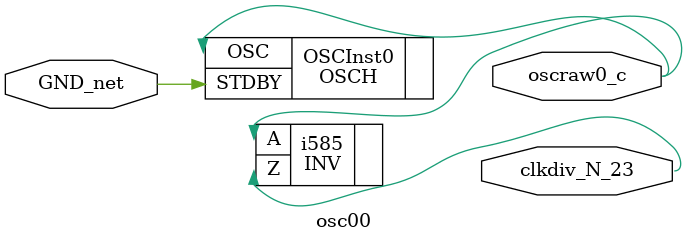
<source format=v>

module topReg0 (indiv0, oscraw0, oscdiv0, clk0, clr0, cd0, ci0, 
            sel0, dato0, Q0);   // c:/users/jcvelmon/desktop/semestre actual/dsd/practica_3/impl1/source/topreg0.vhd(9[8:15])
    input [3:0]indiv0;   // c:/users/jcvelmon/desktop/semestre actual/dsd/practica_3/impl1/source/topreg0.vhd(11[2:8])
    output oscraw0 /* synthesis .original_dir=IN_OUT */ ;   // c:/users/jcvelmon/desktop/semestre actual/dsd/practica_3/impl1/source/topreg0.vhd(12[5:12])
    output oscdiv0 /* synthesis .original_dir=IN_OUT */ ;   // c:/users/jcvelmon/desktop/semestre actual/dsd/practica_3/impl1/source/topreg0.vhd(13[8:15])
    output clk0;   // c:/users/jcvelmon/desktop/semestre actual/dsd/practica_3/impl1/source/topreg0.vhd(14[6:10])
    input clr0;   // c:/users/jcvelmon/desktop/semestre actual/dsd/practica_3/impl1/source/topreg0.vhd(15[3:7])
    input cd0;   // c:/users/jcvelmon/desktop/semestre actual/dsd/practica_3/impl1/source/topreg0.vhd(16[6:9])
    input ci0;   // c:/users/jcvelmon/desktop/semestre actual/dsd/practica_3/impl1/source/topreg0.vhd(17[3:6])
    input [1:0]sel0;   // c:/users/jcvelmon/desktop/semestre actual/dsd/practica_3/impl1/source/topreg0.vhd(18[3:7])
    input [9:0]dato0;   // c:/users/jcvelmon/desktop/semestre actual/dsd/practica_3/impl1/source/topreg0.vhd(19[3:8])
    output [9:0]Q0;   // c:/users/jcvelmon/desktop/semestre actual/dsd/practica_3/impl1/source/topreg0.vhd(20[3:5])
    
    wire oscraw0_c /* synthesis is_clock=1 */ ;   // c:/users/jcvelmon/desktop/semestre actual/dsd/practica_3/impl1/source/topreg0.vhd(12[5:12])
    wire oscdiv0_c /* synthesis is_clock=1, SET_AS_NETWORK=oscdiv0_c */ ;   // c:/users/jcvelmon/desktop/semestre actual/dsd/practica_3/impl1/source/topreg0.vhd(13[8:15])
    
    wire indiv0_c_3, indiv0_c_2, indiv0_c_1, indiv0_c_0, clr0_c, cd0_c, 
        ci0_c, sel0_c_1, sel0_c_0, dato0_c_9, dato0_c_8, dato0_c_7, 
        dato0_c_6, dato0_c_5, dato0_c_4, dato0_c_3, dato0_c_2, dato0_c_1, 
        dato0_c_0, Q0_c_9, Q0_c_8, Q0_c_7, Q0_c_6, Q0_c_5, Q0_c_4, 
        Q0_c_3, Q0_c_2, Q0_c_1, Q0_c_0, VCC_net, GND_net, n413;
    
    VHI i583 (.Z(VCC_net));
    registro0 REG00 (.sel0_c_0(sel0_c_0), .sel0_c_1(sel0_c_1), .dato0_c_9(dato0_c_9), 
            .Q0_c_8(Q0_c_8), .ci0_c(ci0_c), .dato0_c_0(dato0_c_0), .cd0_c(cd0_c), 
            .Q0_c_1(Q0_c_1), .dato0_c_8(dato0_c_8), .Q0_c_7(Q0_c_7), .Q0_c_9(Q0_c_9), 
            .dato0_c_7(dato0_c_7), .Q0_c_6(Q0_c_6), .dato0_c_6(dato0_c_6), 
            .Q0_c_5(Q0_c_5), .dato0_c_5(dato0_c_5), .Q0_c_4(Q0_c_4), .dato0_c_4(dato0_c_4), 
            .oscdiv0_c(oscdiv0_c), .Q0_c_2(Q0_c_2), .Q0_c_3(Q0_c_3), .dato0_c_3(dato0_c_3), 
            .Q0_c_0(Q0_c_0), .dato0_c_2(dato0_c_2), .dato0_c_1(dato0_c_1));   // c:/users/jcvelmon/desktop/semestre actual/dsd/practica_3/impl1/source/topreg0.vhd(30[9:18])
    OB oscdiv0_pad (.I(oscdiv0_c), .O(oscdiv0));   // c:/users/jcvelmon/desktop/semestre actual/dsd/practica_3/impl1/source/topreg0.vhd(13[8:15])
    OB oscraw0_pad (.I(oscraw0_c), .O(oscraw0));   // c:/users/jcvelmon/desktop/semestre actual/dsd/practica_3/impl1/source/topreg0.vhd(12[5:12])
    LUT4 i311_1_lut (.A(clr0_c), .Z(n413)) /* synthesis lut_function=(!(A)) */ ;   // c:/users/jcvelmon/desktop/semestre actual/dsd/practica_3/impl1/source/topreg0.vhd(15[3:7])
    defparam i311_1_lut.init = 16'h5555;
    PUR PUR_INST (.PUR(VCC_net));
    defparam PUR_INST.RST_PULSE = 1;
    VLO i1 (.Z(GND_net));
    TSALL TSALL_INST (.TSALL(GND_net));
    GSR GSR_INST (.GSR(n413));
    topdiv00 OS00 (.oscdiv0_c(oscdiv0_c), .indiv0_c_2(indiv0_c_2), .indiv0_c_0(indiv0_c_0), 
            .GND_net(GND_net), .indiv0_c_3(indiv0_c_3), .indiv0_c_1(indiv0_c_1), 
            .oscraw0_c(oscraw0_c));   // c:/users/jcvelmon/desktop/semestre actual/dsd/practica_3/impl1/source/topreg0.vhd(26[10:18])
    OB clk0_pad (.I(GND_net), .O(clk0));   // c:/users/jcvelmon/desktop/semestre actual/dsd/practica_3/impl1/source/topreg0.vhd(14[6:10])
    OB Q0_pad_9 (.I(Q0_c_9), .O(Q0[9]));   // c:/users/jcvelmon/desktop/semestre actual/dsd/practica_3/impl1/source/topreg0.vhd(20[3:5])
    OB Q0_pad_8 (.I(Q0_c_8), .O(Q0[8]));   // c:/users/jcvelmon/desktop/semestre actual/dsd/practica_3/impl1/source/topreg0.vhd(20[3:5])
    OB Q0_pad_7 (.I(Q0_c_7), .O(Q0[7]));   // c:/users/jcvelmon/desktop/semestre actual/dsd/practica_3/impl1/source/topreg0.vhd(20[3:5])
    OB Q0_pad_6 (.I(Q0_c_6), .O(Q0[6]));   // c:/users/jcvelmon/desktop/semestre actual/dsd/practica_3/impl1/source/topreg0.vhd(20[3:5])
    OB Q0_pad_5 (.I(Q0_c_5), .O(Q0[5]));   // c:/users/jcvelmon/desktop/semestre actual/dsd/practica_3/impl1/source/topreg0.vhd(20[3:5])
    OB Q0_pad_4 (.I(Q0_c_4), .O(Q0[4]));   // c:/users/jcvelmon/desktop/semestre actual/dsd/practica_3/impl1/source/topreg0.vhd(20[3:5])
    OB Q0_pad_3 (.I(Q0_c_3), .O(Q0[3]));   // c:/users/jcvelmon/desktop/semestre actual/dsd/practica_3/impl1/source/topreg0.vhd(20[3:5])
    OB Q0_pad_2 (.I(Q0_c_2), .O(Q0[2]));   // c:/users/jcvelmon/desktop/semestre actual/dsd/practica_3/impl1/source/topreg0.vhd(20[3:5])
    OB Q0_pad_1 (.I(Q0_c_1), .O(Q0[1]));   // c:/users/jcvelmon/desktop/semestre actual/dsd/practica_3/impl1/source/topreg0.vhd(20[3:5])
    OB Q0_pad_0 (.I(Q0_c_0), .O(Q0[0]));   // c:/users/jcvelmon/desktop/semestre actual/dsd/practica_3/impl1/source/topreg0.vhd(20[3:5])
    IB indiv0_pad_3 (.I(indiv0[3]), .O(indiv0_c_3));   // c:/users/jcvelmon/desktop/semestre actual/dsd/practica_3/impl1/source/topreg0.vhd(11[2:8])
    IB indiv0_pad_2 (.I(indiv0[2]), .O(indiv0_c_2));   // c:/users/jcvelmon/desktop/semestre actual/dsd/practica_3/impl1/source/topreg0.vhd(11[2:8])
    IB indiv0_pad_1 (.I(indiv0[1]), .O(indiv0_c_1));   // c:/users/jcvelmon/desktop/semestre actual/dsd/practica_3/impl1/source/topreg0.vhd(11[2:8])
    IB indiv0_pad_0 (.I(indiv0[0]), .O(indiv0_c_0));   // c:/users/jcvelmon/desktop/semestre actual/dsd/practica_3/impl1/source/topreg0.vhd(11[2:8])
    IB clr0_pad (.I(clr0), .O(clr0_c));   // c:/users/jcvelmon/desktop/semestre actual/dsd/practica_3/impl1/source/topreg0.vhd(15[3:7])
    IB cd0_pad (.I(cd0), .O(cd0_c));   // c:/users/jcvelmon/desktop/semestre actual/dsd/practica_3/impl1/source/topreg0.vhd(16[6:9])
    IB ci0_pad (.I(ci0), .O(ci0_c));   // c:/users/jcvelmon/desktop/semestre actual/dsd/practica_3/impl1/source/topreg0.vhd(17[3:6])
    IB sel0_pad_1 (.I(sel0[1]), .O(sel0_c_1));   // c:/users/jcvelmon/desktop/semestre actual/dsd/practica_3/impl1/source/topreg0.vhd(18[3:7])
    IB sel0_pad_0 (.I(sel0[0]), .O(sel0_c_0));   // c:/users/jcvelmon/desktop/semestre actual/dsd/practica_3/impl1/source/topreg0.vhd(18[3:7])
    IB dato0_pad_9 (.I(dato0[9]), .O(dato0_c_9));   // c:/users/jcvelmon/desktop/semestre actual/dsd/practica_3/impl1/source/topreg0.vhd(19[3:8])
    IB dato0_pad_8 (.I(dato0[8]), .O(dato0_c_8));   // c:/users/jcvelmon/desktop/semestre actual/dsd/practica_3/impl1/source/topreg0.vhd(19[3:8])
    IB dato0_pad_7 (.I(dato0[7]), .O(dato0_c_7));   // c:/users/jcvelmon/desktop/semestre actual/dsd/practica_3/impl1/source/topreg0.vhd(19[3:8])
    IB dato0_pad_6 (.I(dato0[6]), .O(dato0_c_6));   // c:/users/jcvelmon/desktop/semestre actual/dsd/practica_3/impl1/source/topreg0.vhd(19[3:8])
    IB dato0_pad_5 (.I(dato0[5]), .O(dato0_c_5));   // c:/users/jcvelmon/desktop/semestre actual/dsd/practica_3/impl1/source/topreg0.vhd(19[3:8])
    IB dato0_pad_4 (.I(dato0[4]), .O(dato0_c_4));   // c:/users/jcvelmon/desktop/semestre actual/dsd/practica_3/impl1/source/topreg0.vhd(19[3:8])
    IB dato0_pad_3 (.I(dato0[3]), .O(dato0_c_3));   // c:/users/jcvelmon/desktop/semestre actual/dsd/practica_3/impl1/source/topreg0.vhd(19[3:8])
    IB dato0_pad_2 (.I(dato0[2]), .O(dato0_c_2));   // c:/users/jcvelmon/desktop/semestre actual/dsd/practica_3/impl1/source/topreg0.vhd(19[3:8])
    IB dato0_pad_1 (.I(dato0[1]), .O(dato0_c_1));   // c:/users/jcvelmon/desktop/semestre actual/dsd/practica_3/impl1/source/topreg0.vhd(19[3:8])
    IB dato0_pad_0 (.I(dato0[0]), .O(dato0_c_0));   // c:/users/jcvelmon/desktop/semestre actual/dsd/practica_3/impl1/source/topreg0.vhd(19[3:8])
    
endmodule
//
// Verilog Description of module registro0
//

module registro0 (sel0_c_0, sel0_c_1, dato0_c_9, Q0_c_8, ci0_c, dato0_c_0, 
            cd0_c, Q0_c_1, dato0_c_8, Q0_c_7, Q0_c_9, dato0_c_7, 
            Q0_c_6, dato0_c_6, Q0_c_5, dato0_c_5, Q0_c_4, dato0_c_4, 
            oscdiv0_c, Q0_c_2, Q0_c_3, dato0_c_3, Q0_c_0, dato0_c_2, 
            dato0_c_1);
    input sel0_c_0;
    input sel0_c_1;
    input dato0_c_9;
    output Q0_c_8;
    input ci0_c;
    input dato0_c_0;
    input cd0_c;
    output Q0_c_1;
    input dato0_c_8;
    output Q0_c_7;
    output Q0_c_9;
    input dato0_c_7;
    output Q0_c_6;
    input dato0_c_6;
    output Q0_c_5;
    input dato0_c_5;
    output Q0_c_4;
    input dato0_c_4;
    input oscdiv0_c;
    output Q0_c_2;
    output Q0_c_3;
    input dato0_c_3;
    output Q0_c_0;
    input dato0_c_2;
    input dato0_c_1;
    
    wire oscdiv0_c /* synthesis is_clock=1, SET_AS_NETWORK=oscdiv0_c */ ;   // c:/users/jcvelmon/desktop/semestre actual/dsd/practica_3/impl1/source/topreg0.vhd(13[8:15])
    
    wire oscdiv0_c_enable_10, n2, Q_9__N_200, n2_adj_211, Q_9__N_209, 
        n2_adj_212, Q_9__N_201, n2_adj_213, Q_9__N_202, n2_adj_214, 
        Q_9__N_203, n2_adj_215, Q_9__N_204, n2_adj_216, Q_9__N_205, 
        n2_adj_217, Q_9__N_206, Q_9__N_207, Q_9__N_208, n2_adj_218, 
        n2_adj_219;
    
    LUT4 i1_2_lut (.A(sel0_c_0), .B(sel0_c_1), .Z(oscdiv0_c_enable_10)) /* synthesis lut_function=(A+(B)) */ ;
    defparam i1_2_lut.init = 16'heeee;
    LUT4 sel_1__I_0_16_i3_3_lut (.A(dato0_c_9), .B(n2), .C(sel0_c_1), 
         .Z(Q_9__N_200)) /* synthesis lut_function=(A (B+!(C))+!A (B (C))) */ ;   // c:/users/jcvelmon/desktop/semestre actual/dsd/practica_3/impl1/source/registro0.vhd(22[4] 35[13])
    defparam sel_1__I_0_16_i3_3_lut.init = 16'hcaca;
    LUT4 sel_1__I_0_16_i2_3_lut (.A(Q0_c_8), .B(ci0_c), .C(sel0_c_0), 
         .Z(n2)) /* synthesis lut_function=(A (B+!(C))+!A (B (C))) */ ;   // c:/users/jcvelmon/desktop/semestre actual/dsd/practica_3/impl1/source/registro0.vhd(22[4] 35[13])
    defparam sel_1__I_0_16_i2_3_lut.init = 16'hcaca;
    LUT4 sel_1__I_0_i3_3_lut (.A(dato0_c_0), .B(n2_adj_211), .C(sel0_c_1), 
         .Z(Q_9__N_209)) /* synthesis lut_function=(A (B+!(C))+!A (B (C))) */ ;   // c:/users/jcvelmon/desktop/semestre actual/dsd/practica_3/impl1/source/registro0.vhd(22[4] 35[13])
    defparam sel_1__I_0_i3_3_lut.init = 16'hcaca;
    LUT4 sel_1__I_0_i2_3_lut (.A(cd0_c), .B(Q0_c_1), .C(sel0_c_0), .Z(n2_adj_211)) /* synthesis lut_function=(A (B+!(C))+!A (B (C))) */ ;   // c:/users/jcvelmon/desktop/semestre actual/dsd/practica_3/impl1/source/registro0.vhd(22[4] 35[13])
    defparam sel_1__I_0_i2_3_lut.init = 16'hcaca;
    LUT4 sel_1__I_0_17_i3_3_lut (.A(dato0_c_8), .B(n2_adj_212), .C(sel0_c_1), 
         .Z(Q_9__N_201)) /* synthesis lut_function=(A (B+!(C))+!A (B (C))) */ ;   // c:/users/jcvelmon/desktop/semestre actual/dsd/practica_3/impl1/source/registro0.vhd(22[4] 35[13])
    defparam sel_1__I_0_17_i3_3_lut.init = 16'hcaca;
    LUT4 sel_1__I_0_17_i2_3_lut (.A(Q0_c_7), .B(Q0_c_9), .C(sel0_c_0), 
         .Z(n2_adj_212)) /* synthesis lut_function=(A (B+!(C))+!A (B (C))) */ ;   // c:/users/jcvelmon/desktop/semestre actual/dsd/practica_3/impl1/source/registro0.vhd(22[4] 35[13])
    defparam sel_1__I_0_17_i2_3_lut.init = 16'hcaca;
    LUT4 sel_1__I_0_18_i3_3_lut (.A(dato0_c_7), .B(n2_adj_213), .C(sel0_c_1), 
         .Z(Q_9__N_202)) /* synthesis lut_function=(A (B+!(C))+!A (B (C))) */ ;   // c:/users/jcvelmon/desktop/semestre actual/dsd/practica_3/impl1/source/registro0.vhd(22[4] 35[13])
    defparam sel_1__I_0_18_i3_3_lut.init = 16'hcaca;
    LUT4 sel_1__I_0_18_i2_3_lut (.A(Q0_c_6), .B(Q0_c_8), .C(sel0_c_0), 
         .Z(n2_adj_213)) /* synthesis lut_function=(A (B+!(C))+!A (B (C))) */ ;   // c:/users/jcvelmon/desktop/semestre actual/dsd/practica_3/impl1/source/registro0.vhd(22[4] 35[13])
    defparam sel_1__I_0_18_i2_3_lut.init = 16'hcaca;
    LUT4 sel_1__I_0_19_i3_3_lut (.A(dato0_c_6), .B(n2_adj_214), .C(sel0_c_1), 
         .Z(Q_9__N_203)) /* synthesis lut_function=(A (B+!(C))+!A (B (C))) */ ;   // c:/users/jcvelmon/desktop/semestre actual/dsd/practica_3/impl1/source/registro0.vhd(22[4] 35[13])
    defparam sel_1__I_0_19_i3_3_lut.init = 16'hcaca;
    LUT4 sel_1__I_0_19_i2_3_lut (.A(Q0_c_5), .B(Q0_c_7), .C(sel0_c_0), 
         .Z(n2_adj_214)) /* synthesis lut_function=(A (B+!(C))+!A (B (C))) */ ;   // c:/users/jcvelmon/desktop/semestre actual/dsd/practica_3/impl1/source/registro0.vhd(22[4] 35[13])
    defparam sel_1__I_0_19_i2_3_lut.init = 16'hcaca;
    LUT4 sel_1__I_0_20_i3_3_lut (.A(dato0_c_5), .B(n2_adj_215), .C(sel0_c_1), 
         .Z(Q_9__N_204)) /* synthesis lut_function=(A (B+!(C))+!A (B (C))) */ ;   // c:/users/jcvelmon/desktop/semestre actual/dsd/practica_3/impl1/source/registro0.vhd(22[4] 35[13])
    defparam sel_1__I_0_20_i3_3_lut.init = 16'hcaca;
    LUT4 sel_1__I_0_20_i2_3_lut (.A(Q0_c_4), .B(Q0_c_6), .C(sel0_c_0), 
         .Z(n2_adj_215)) /* synthesis lut_function=(A (B+!(C))+!A (B (C))) */ ;   // c:/users/jcvelmon/desktop/semestre actual/dsd/practica_3/impl1/source/registro0.vhd(22[4] 35[13])
    defparam sel_1__I_0_20_i2_3_lut.init = 16'hcaca;
    LUT4 sel_1__I_0_21_i3_3_lut (.A(dato0_c_4), .B(n2_adj_216), .C(sel0_c_1), 
         .Z(Q_9__N_205)) /* synthesis lut_function=(A (B+!(C))+!A (B (C))) */ ;   // c:/users/jcvelmon/desktop/semestre actual/dsd/practica_3/impl1/source/registro0.vhd(22[4] 35[13])
    defparam sel_1__I_0_21_i3_3_lut.init = 16'hcaca;
    FD1P3AX Q_i10 (.D(Q_9__N_200), .SP(oscdiv0_c_enable_10), .CK(oscdiv0_c), 
            .Q(Q0_c_9)) /* synthesis LSE_LINE_FILE_ID=25, LSE_LCOL=9, LSE_RCOL=18, LSE_LLINE=30, LSE_RLINE=30 */ ;   // c:/users/jcvelmon/desktop/semestre actual/dsd/practica_3/impl1/source/registro0.vhd(18[2] 37[9])
    defparam Q_i10.GSR = "ENABLED";
    LUT4 sel_1__I_0_22_i2_3_lut (.A(Q0_c_2), .B(Q0_c_4), .C(sel0_c_0), 
         .Z(n2_adj_217)) /* synthesis lut_function=(A (B+!(C))+!A (B (C))) */ ;   // c:/users/jcvelmon/desktop/semestre actual/dsd/practica_3/impl1/source/registro0.vhd(22[4] 35[13])
    defparam sel_1__I_0_22_i2_3_lut.init = 16'hcaca;
    LUT4 sel_1__I_0_21_i2_3_lut (.A(Q0_c_3), .B(Q0_c_5), .C(sel0_c_0), 
         .Z(n2_adj_216)) /* synthesis lut_function=(A (B+!(C))+!A (B (C))) */ ;   // c:/users/jcvelmon/desktop/semestre actual/dsd/practica_3/impl1/source/registro0.vhd(22[4] 35[13])
    defparam sel_1__I_0_21_i2_3_lut.init = 16'hcaca;
    LUT4 sel_1__I_0_22_i3_3_lut (.A(dato0_c_3), .B(n2_adj_217), .C(sel0_c_1), 
         .Z(Q_9__N_206)) /* synthesis lut_function=(A (B+!(C))+!A (B (C))) */ ;   // c:/users/jcvelmon/desktop/semestre actual/dsd/practica_3/impl1/source/registro0.vhd(22[4] 35[13])
    defparam sel_1__I_0_22_i3_3_lut.init = 16'hcaca;
    FD1P3AX Q_i1 (.D(Q_9__N_209), .SP(oscdiv0_c_enable_10), .CK(oscdiv0_c), 
            .Q(Q0_c_0)) /* synthesis LSE_LINE_FILE_ID=25, LSE_LCOL=9, LSE_RCOL=18, LSE_LLINE=30, LSE_RLINE=30 */ ;   // c:/users/jcvelmon/desktop/semestre actual/dsd/practica_3/impl1/source/registro0.vhd(18[2] 37[9])
    defparam Q_i1.GSR = "ENABLED";
    FD1P3AX Q_i9 (.D(Q_9__N_201), .SP(oscdiv0_c_enable_10), .CK(oscdiv0_c), 
            .Q(Q0_c_8)) /* synthesis LSE_LINE_FILE_ID=25, LSE_LCOL=9, LSE_RCOL=18, LSE_LLINE=30, LSE_RLINE=30 */ ;   // c:/users/jcvelmon/desktop/semestre actual/dsd/practica_3/impl1/source/registro0.vhd(18[2] 37[9])
    defparam Q_i9.GSR = "ENABLED";
    FD1P3AX Q_i8 (.D(Q_9__N_202), .SP(oscdiv0_c_enable_10), .CK(oscdiv0_c), 
            .Q(Q0_c_7)) /* synthesis LSE_LINE_FILE_ID=25, LSE_LCOL=9, LSE_RCOL=18, LSE_LLINE=30, LSE_RLINE=30 */ ;   // c:/users/jcvelmon/desktop/semestre actual/dsd/practica_3/impl1/source/registro0.vhd(18[2] 37[9])
    defparam Q_i8.GSR = "ENABLED";
    FD1P3AX Q_i7 (.D(Q_9__N_203), .SP(oscdiv0_c_enable_10), .CK(oscdiv0_c), 
            .Q(Q0_c_6)) /* synthesis LSE_LINE_FILE_ID=25, LSE_LCOL=9, LSE_RCOL=18, LSE_LLINE=30, LSE_RLINE=30 */ ;   // c:/users/jcvelmon/desktop/semestre actual/dsd/practica_3/impl1/source/registro0.vhd(18[2] 37[9])
    defparam Q_i7.GSR = "ENABLED";
    FD1P3AX Q_i6 (.D(Q_9__N_204), .SP(oscdiv0_c_enable_10), .CK(oscdiv0_c), 
            .Q(Q0_c_5)) /* synthesis LSE_LINE_FILE_ID=25, LSE_LCOL=9, LSE_RCOL=18, LSE_LLINE=30, LSE_RLINE=30 */ ;   // c:/users/jcvelmon/desktop/semestre actual/dsd/practica_3/impl1/source/registro0.vhd(18[2] 37[9])
    defparam Q_i6.GSR = "ENABLED";
    FD1P3AX Q_i5 (.D(Q_9__N_205), .SP(oscdiv0_c_enable_10), .CK(oscdiv0_c), 
            .Q(Q0_c_4)) /* synthesis LSE_LINE_FILE_ID=25, LSE_LCOL=9, LSE_RCOL=18, LSE_LLINE=30, LSE_RLINE=30 */ ;   // c:/users/jcvelmon/desktop/semestre actual/dsd/practica_3/impl1/source/registro0.vhd(18[2] 37[9])
    defparam Q_i5.GSR = "ENABLED";
    FD1P3AX Q_i4 (.D(Q_9__N_206), .SP(oscdiv0_c_enable_10), .CK(oscdiv0_c), 
            .Q(Q0_c_3)) /* synthesis LSE_LINE_FILE_ID=25, LSE_LCOL=9, LSE_RCOL=18, LSE_LLINE=30, LSE_RLINE=30 */ ;   // c:/users/jcvelmon/desktop/semestre actual/dsd/practica_3/impl1/source/registro0.vhd(18[2] 37[9])
    defparam Q_i4.GSR = "ENABLED";
    FD1P3AX Q_i3 (.D(Q_9__N_207), .SP(oscdiv0_c_enable_10), .CK(oscdiv0_c), 
            .Q(Q0_c_2)) /* synthesis LSE_LINE_FILE_ID=25, LSE_LCOL=9, LSE_RCOL=18, LSE_LLINE=30, LSE_RLINE=30 */ ;   // c:/users/jcvelmon/desktop/semestre actual/dsd/practica_3/impl1/source/registro0.vhd(18[2] 37[9])
    defparam Q_i3.GSR = "ENABLED";
    FD1P3AX Q_i2 (.D(Q_9__N_208), .SP(oscdiv0_c_enable_10), .CK(oscdiv0_c), 
            .Q(Q0_c_1)) /* synthesis LSE_LINE_FILE_ID=25, LSE_LCOL=9, LSE_RCOL=18, LSE_LLINE=30, LSE_RLINE=30 */ ;   // c:/users/jcvelmon/desktop/semestre actual/dsd/practica_3/impl1/source/registro0.vhd(18[2] 37[9])
    defparam Q_i2.GSR = "ENABLED";
    LUT4 sel_1__I_0_23_i3_3_lut (.A(dato0_c_2), .B(n2_adj_218), .C(sel0_c_1), 
         .Z(Q_9__N_207)) /* synthesis lut_function=(A (B+!(C))+!A (B (C))) */ ;   // c:/users/jcvelmon/desktop/semestre actual/dsd/practica_3/impl1/source/registro0.vhd(22[4] 35[13])
    defparam sel_1__I_0_23_i3_3_lut.init = 16'hcaca;
    LUT4 sel_1__I_0_23_i2_3_lut (.A(Q0_c_1), .B(Q0_c_3), .C(sel0_c_0), 
         .Z(n2_adj_218)) /* synthesis lut_function=(A (B+!(C))+!A (B (C))) */ ;   // c:/users/jcvelmon/desktop/semestre actual/dsd/practica_3/impl1/source/registro0.vhd(22[4] 35[13])
    defparam sel_1__I_0_23_i2_3_lut.init = 16'hcaca;
    LUT4 sel_1__I_0_24_i3_3_lut (.A(dato0_c_1), .B(n2_adj_219), .C(sel0_c_1), 
         .Z(Q_9__N_208)) /* synthesis lut_function=(A (B+!(C))+!A (B (C))) */ ;   // c:/users/jcvelmon/desktop/semestre actual/dsd/practica_3/impl1/source/registro0.vhd(22[4] 35[13])
    defparam sel_1__I_0_24_i3_3_lut.init = 16'hcaca;
    LUT4 sel_1__I_0_24_i2_3_lut (.A(Q0_c_0), .B(Q0_c_2), .C(sel0_c_0), 
         .Z(n2_adj_219)) /* synthesis lut_function=(A (B+!(C))+!A (B (C))) */ ;   // c:/users/jcvelmon/desktop/semestre actual/dsd/practica_3/impl1/source/registro0.vhd(22[4] 35[13])
    defparam sel_1__I_0_24_i2_3_lut.init = 16'hcaca;
    
endmodule
//
// Verilog Description of module PUR
// module not written out since it is a black-box. 
//

//
// Verilog Description of module TSALL
// module not written out since it is a black-box. 
//

//
// Verilog Description of module topdiv00
//

module topdiv00 (oscdiv0_c, indiv0_c_2, indiv0_c_0, GND_net, indiv0_c_3, 
            indiv0_c_1, oscraw0_c);
    output oscdiv0_c;
    input indiv0_c_2;
    input indiv0_c_0;
    input GND_net;
    input indiv0_c_3;
    input indiv0_c_1;
    output oscraw0_c;
    
    wire oscdiv0_c /* synthesis is_clock=1, SET_AS_NETWORK=oscdiv0_c */ ;   // c:/users/jcvelmon/desktop/semestre actual/dsd/practica_3/impl1/source/topreg0.vhd(13[8:15])
    wire clkdiv_N_23 /* synthesis is_inv_clock=1 */ ;   // c:/users/jcvelmon/desktop/semestre actual/dsd/practica_3/impl1/source/div00.vhd(18[8:12])
    wire oscraw0_c /* synthesis is_clock=1 */ ;   // c:/users/jcvelmon/desktop/semestre actual/dsd/practica_3/impl1/source/topreg0.vhd(12[5:12])
    
    div00 OS01 (.oscdiv0_c(oscdiv0_c), .indiv0_c_2(indiv0_c_2), .indiv0_c_0(indiv0_c_0), 
          .clkdiv_N_23(clkdiv_N_23), .GND_net(GND_net), .indiv0_c_3(indiv0_c_3), 
          .indiv0_c_1(indiv0_c_1));   // c:/users/jcvelmon/desktop/semestre actual/dsd/practica_3/impl1/source/topdiv00.vhd(23[9:14])
    osc00 OS00 (.clkdiv_N_23(clkdiv_N_23), .oscraw0_c(oscraw0_c), .GND_net(GND_net));   // c:/users/jcvelmon/desktop/semestre actual/dsd/practica_3/impl1/source/topdiv00.vhd(21[9:14])
    
endmodule
//
// Verilog Description of module div00
//

module div00 (oscdiv0_c, indiv0_c_2, indiv0_c_0, clkdiv_N_23, GND_net, 
            indiv0_c_3, indiv0_c_1);
    output oscdiv0_c;
    input indiv0_c_2;
    input indiv0_c_0;
    input clkdiv_N_23;
    input GND_net;
    input indiv0_c_3;
    input indiv0_c_1;
    
    wire oscdiv0_c /* synthesis is_clock=1, SET_AS_NETWORK=oscdiv0_c */ ;   // c:/users/jcvelmon/desktop/semestre actual/dsd/practica_3/impl1/source/topreg0.vhd(13[8:15])
    wire clkdiv_N_23 /* synthesis is_inv_clock=1 */ ;   // c:/users/jcvelmon/desktop/semestre actual/dsd/practica_3/impl1/source/div00.vhd(18[8:12])
    wire [20:0]sdiv;   // c:/users/jcvelmon/desktop/semestre actual/dsd/practica_3/impl1/source/div00.vhd(18[8:12])
    
    wire n664, n290, n595, n466, n12, clkdiv_N_23_enable_22, n416;
    wire [20:0]n89;
    
    wire clkdiv_N_23_enable_10, outdiv_N_171, n288, n492, n491, n490, 
        n660, n675, n596, n646, n4, outdiv_N_189, n662, n674, 
        n677, n4_adj_210, n666, n661, n667, n658, n586, n520, 
        n489, n488, n487, n486, n485, n663, n665, n676, n484, 
        n483;
    
    LUT4 oscdiv0_c_bdd_3_lut_537 (.A(oscdiv0_c), .B(sdiv[17]), .C(indiv0_c_2), 
         .Z(n664)) /* synthesis lut_function=(!(A (B (C))+!A !(B (C)))) */ ;
    defparam oscdiv0_c_bdd_3_lut_537.init = 16'h6a6a;
    LUT4 i1_4_lut (.A(indiv0_c_0), .B(n290), .C(n595), .D(n466), .Z(n12)) /* synthesis lut_function=(A (B (C)+!B (C+(D)))+!A !(B+!(D))) */ ;   // C:/lscc/diamond/3.9/ispfpga/vhdl_packages/syn_arit.vhd(928[41:65])
    defparam i1_4_lut.init = 16'hb3a0;
    FD1P3IX sdiv_59__i6 (.D(n89[6]), .SP(clkdiv_N_23_enable_22), .CD(n416), 
            .CK(clkdiv_N_23), .Q(sdiv[6])) /* synthesis syn_use_carry_chain=1 */ ;   // C:/lscc/diamond/3.9/ispfpga/vhdl_packages/syn_arit.vhd(928[41:65])
    defparam sdiv_59__i6.GSR = "DISABLED";
    FD1P3IX sdiv_59__i7 (.D(n89[7]), .SP(clkdiv_N_23_enable_22), .CD(n416), 
            .CK(clkdiv_N_23), .Q(sdiv[7])) /* synthesis syn_use_carry_chain=1 */ ;   // C:/lscc/diamond/3.9/ispfpga/vhdl_packages/syn_arit.vhd(928[41:65])
    defparam sdiv_59__i7.GSR = "DISABLED";
    FD1P3IX sdiv_59__i8 (.D(n89[8]), .SP(clkdiv_N_23_enable_22), .CD(n416), 
            .CK(clkdiv_N_23), .Q(sdiv[8])) /* synthesis syn_use_carry_chain=1 */ ;   // C:/lscc/diamond/3.9/ispfpga/vhdl_packages/syn_arit.vhd(928[41:65])
    defparam sdiv_59__i8.GSR = "DISABLED";
    FD1P3IX sdiv_59__i9 (.D(n89[9]), .SP(clkdiv_N_23_enable_22), .CD(n416), 
            .CK(clkdiv_N_23), .Q(sdiv[9])) /* synthesis syn_use_carry_chain=1 */ ;   // C:/lscc/diamond/3.9/ispfpga/vhdl_packages/syn_arit.vhd(928[41:65])
    defparam sdiv_59__i9.GSR = "DISABLED";
    FD1P3IX sdiv_59__i10 (.D(n89[10]), .SP(clkdiv_N_23_enable_22), .CD(n416), 
            .CK(clkdiv_N_23), .Q(sdiv[10])) /* synthesis syn_use_carry_chain=1 */ ;   // C:/lscc/diamond/3.9/ispfpga/vhdl_packages/syn_arit.vhd(928[41:65])
    defparam sdiv_59__i10.GSR = "DISABLED";
    FD1P3IX sdiv_59__i11 (.D(n89[11]), .SP(clkdiv_N_23_enable_22), .CD(n416), 
            .CK(clkdiv_N_23), .Q(sdiv[11])) /* synthesis syn_use_carry_chain=1 */ ;   // C:/lscc/diamond/3.9/ispfpga/vhdl_packages/syn_arit.vhd(928[41:65])
    defparam sdiv_59__i11.GSR = "DISABLED";
    FD1P3IX sdiv_59__i12 (.D(n89[12]), .SP(clkdiv_N_23_enable_22), .CD(n416), 
            .CK(clkdiv_N_23), .Q(sdiv[12])) /* synthesis syn_use_carry_chain=1 */ ;   // C:/lscc/diamond/3.9/ispfpga/vhdl_packages/syn_arit.vhd(928[41:65])
    defparam sdiv_59__i12.GSR = "DISABLED";
    FD1P3IX sdiv_59__i13 (.D(n89[13]), .SP(clkdiv_N_23_enable_22), .CD(n416), 
            .CK(clkdiv_N_23), .Q(sdiv[13])) /* synthesis syn_use_carry_chain=1 */ ;   // C:/lscc/diamond/3.9/ispfpga/vhdl_packages/syn_arit.vhd(928[41:65])
    defparam sdiv_59__i13.GSR = "DISABLED";
    FD1P3IX sdiv_59__i14 (.D(n89[14]), .SP(clkdiv_N_23_enable_22), .CD(n416), 
            .CK(clkdiv_N_23), .Q(sdiv[14])) /* synthesis syn_use_carry_chain=1 */ ;   // C:/lscc/diamond/3.9/ispfpga/vhdl_packages/syn_arit.vhd(928[41:65])
    defparam sdiv_59__i14.GSR = "DISABLED";
    FD1P3AX outdiv_58 (.D(outdiv_N_171), .SP(clkdiv_N_23_enable_10), .CK(clkdiv_N_23), 
            .Q(oscdiv0_c)) /* synthesis LSE_LINE_FILE_ID=22, LSE_LCOL=9, LSE_RCOL=14, LSE_LLINE=23, LSE_RLINE=23 */ ;   // c:/users/jcvelmon/desktop/semestre actual/dsd/practica_3/impl1/source/div00.vhd(22[3] 75[11])
    defparam outdiv_58.GSR = "DISABLED";
    FD1P3IX sdiv_59__i16 (.D(n89[16]), .SP(clkdiv_N_23_enable_22), .CD(n416), 
            .CK(clkdiv_N_23), .Q(sdiv[16])) /* synthesis syn_use_carry_chain=1 */ ;   // C:/lscc/diamond/3.9/ispfpga/vhdl_packages/syn_arit.vhd(928[41:65])
    defparam sdiv_59__i16.GSR = "DISABLED";
    FD1P3IX sdiv_59__i17 (.D(n89[17]), .SP(clkdiv_N_23_enable_22), .CD(n416), 
            .CK(clkdiv_N_23), .Q(sdiv[17])) /* synthesis syn_use_carry_chain=1 */ ;   // C:/lscc/diamond/3.9/ispfpga/vhdl_packages/syn_arit.vhd(928[41:65])
    defparam sdiv_59__i17.GSR = "DISABLED";
    LUT4 i196_3_lut_4_lut (.A(sdiv[15]), .B(sdiv[16]), .C(sdiv[14]), .D(indiv0_c_0), 
         .Z(n288)) /* synthesis lut_function=(A (B+!(D))+!A (B+!((D)+!C))) */ ;
    defparam i196_3_lut_4_lut.init = 16'hccfe;
    FD1P3IX sdiv_59__i18 (.D(n89[18]), .SP(clkdiv_N_23_enable_22), .CD(n416), 
            .CK(clkdiv_N_23), .Q(sdiv[18])) /* synthesis syn_use_carry_chain=1 */ ;   // C:/lscc/diamond/3.9/ispfpga/vhdl_packages/syn_arit.vhd(928[41:65])
    defparam sdiv_59__i18.GSR = "DISABLED";
    CCU2D sdiv_59_add_4_21 (.A0(sdiv[19]), .B0(GND_net), .C0(GND_net), 
          .D0(GND_net), .A1(sdiv[20]), .B1(GND_net), .C1(GND_net), .D1(GND_net), 
          .CIN(n492), .S0(n89[19]), .S1(n89[20]));   // C:/lscc/diamond/3.9/ispfpga/vhdl_packages/syn_arit.vhd(928[41:65])
    defparam sdiv_59_add_4_21.INIT0 = 16'hfaaa;
    defparam sdiv_59_add_4_21.INIT1 = 16'hfaaa;
    defparam sdiv_59_add_4_21.INJECT1_0 = "NO";
    defparam sdiv_59_add_4_21.INJECT1_1 = "NO";
    CCU2D sdiv_59_add_4_19 (.A0(sdiv[17]), .B0(GND_net), .C0(GND_net), 
          .D0(GND_net), .A1(sdiv[18]), .B1(GND_net), .C1(GND_net), .D1(GND_net), 
          .CIN(n491), .COUT(n492), .S0(n89[17]), .S1(n89[18]));   // C:/lscc/diamond/3.9/ispfpga/vhdl_packages/syn_arit.vhd(928[41:65])
    defparam sdiv_59_add_4_19.INIT0 = 16'hfaaa;
    defparam sdiv_59_add_4_19.INIT1 = 16'hfaaa;
    defparam sdiv_59_add_4_19.INJECT1_0 = "NO";
    defparam sdiv_59_add_4_19.INJECT1_1 = "NO";
    CCU2D sdiv_59_add_4_17 (.A0(sdiv[15]), .B0(GND_net), .C0(GND_net), 
          .D0(GND_net), .A1(sdiv[16]), .B1(GND_net), .C1(GND_net), .D1(GND_net), 
          .CIN(n490), .COUT(n491), .S0(n89[15]), .S1(n89[16]));   // C:/lscc/diamond/3.9/ispfpga/vhdl_packages/syn_arit.vhd(928[41:65])
    defparam sdiv_59_add_4_17.INIT0 = 16'hfaaa;
    defparam sdiv_59_add_4_17.INIT1 = 16'hfaaa;
    defparam sdiv_59_add_4_17.INJECT1_0 = "NO";
    defparam sdiv_59_add_4_17.INJECT1_1 = "NO";
    FD1P3IX sdiv_59__i15 (.D(n89[15]), .SP(clkdiv_N_23_enable_22), .CD(n416), 
            .CK(clkdiv_N_23), .Q(sdiv[15])) /* synthesis syn_use_carry_chain=1 */ ;   // C:/lscc/diamond/3.9/ispfpga/vhdl_packages/syn_arit.vhd(928[41:65])
    defparam sdiv_59__i15.GSR = "DISABLED";
    LUT4 oscdiv0_c_bdd_4_lut_531 (.A(oscdiv0_c), .B(sdiv[18]), .C(sdiv[17]), 
         .D(sdiv[19]), .Z(n660)) /* synthesis lut_function=(!(A (B+(C+(D)))+!A !(B+(C+(D))))) */ ;
    defparam oscdiv0_c_bdd_4_lut_531.init = 16'h5556;
    LUT4 i1_2_lut_rep_9 (.A(sdiv[12]), .B(sdiv[13]), .Z(n675)) /* synthesis lut_function=(A+(B)) */ ;
    defparam i1_2_lut_rep_9.init = 16'heeee;
    LUT4 i1_4_lut_adj_8 (.A(n596), .B(indiv0_c_3), .C(n646), .D(indiv0_c_2), 
         .Z(n4)) /* synthesis lut_function=(A+!(B+((D)+!C))) */ ;   // C:/lscc/diamond/3.9/ispfpga/vhdl_packages/syn_arit.vhd(928[41:65])
    defparam i1_4_lut_adj_8.init = 16'haaba;
    LUT4 i1_2_lut_3_lut (.A(sdiv[20]), .B(sdiv[19]), .C(sdiv[18]), .Z(outdiv_N_189)) /* synthesis lut_function=(A+(B+(C))) */ ;
    defparam i1_2_lut_3_lut.init = 16'hfefe;
    LUT4 oscdiv0_c_bdd_4_lut_573 (.A(oscdiv0_c), .B(indiv0_c_0), .C(indiv0_c_1), 
         .D(indiv0_c_2), .Z(n662)) /* synthesis lut_function=(!(A (B+(C+(D)))+!A !(B+(C+(D))))) */ ;
    defparam oscdiv0_c_bdd_4_lut_573.init = 16'h5556;
    LUT4 i499_3_lut_4_lut (.A(n674), .B(n677), .C(indiv0_c_3), .D(sdiv[16]), 
         .Z(n4_adj_210)) /* synthesis lut_function=(A+(B+(C (D)))) */ ;
    defparam i499_3_lut_4_lut.init = 16'hfeee;
    LUT4 n666_bdd_3_lut (.A(n666), .B(n661), .C(indiv0_c_3), .Z(n667)) /* synthesis lut_function=(A (B+!(C))+!A (B (C))) */ ;
    defparam n666_bdd_3_lut.init = 16'hcaca;
    LUT4 i1_2_lut_rep_11 (.A(sdiv[17]), .B(sdiv[18]), .Z(n677)) /* synthesis lut_function=(A+(B)) */ ;
    defparam i1_2_lut_rep_11.init = 16'heeee;
    PFUMX i535 (.BLUT(n667), .ALUT(n658), .C0(sdiv[20]), .Z(outdiv_N_171));
    PFUMX i408 (.BLUT(n586), .ALUT(n288), .C0(indiv0_c_1), .Z(n520));
    FD1P3IX sdiv_59__i0 (.D(n89[0]), .SP(clkdiv_N_23_enable_22), .CD(n416), 
            .CK(clkdiv_N_23), .Q(sdiv[0])) /* synthesis syn_use_carry_chain=1 */ ;   // C:/lscc/diamond/3.9/ispfpga/vhdl_packages/syn_arit.vhd(928[41:65])
    defparam sdiv_59__i0.GSR = "DISABLED";
    CCU2D sdiv_59_add_4_15 (.A0(sdiv[13]), .B0(GND_net), .C0(GND_net), 
          .D0(GND_net), .A1(sdiv[14]), .B1(GND_net), .C1(GND_net), .D1(GND_net), 
          .CIN(n489), .COUT(n490), .S0(n89[13]), .S1(n89[14]));   // C:/lscc/diamond/3.9/ispfpga/vhdl_packages/syn_arit.vhd(928[41:65])
    defparam sdiv_59_add_4_15.INIT0 = 16'hfaaa;
    defparam sdiv_59_add_4_15.INIT1 = 16'hfaaa;
    defparam sdiv_59_add_4_15.INJECT1_0 = "NO";
    defparam sdiv_59_add_4_15.INJECT1_1 = "NO";
    CCU2D sdiv_59_add_4_13 (.A0(sdiv[11]), .B0(GND_net), .C0(GND_net), 
          .D0(GND_net), .A1(sdiv[12]), .B1(GND_net), .C1(GND_net), .D1(GND_net), 
          .CIN(n488), .COUT(n489), .S0(n89[11]), .S1(n89[12]));   // C:/lscc/diamond/3.9/ispfpga/vhdl_packages/syn_arit.vhd(928[41:65])
    defparam sdiv_59_add_4_13.INIT0 = 16'hfaaa;
    defparam sdiv_59_add_4_13.INIT1 = 16'hfaaa;
    defparam sdiv_59_add_4_13.INJECT1_0 = "NO";
    defparam sdiv_59_add_4_13.INJECT1_1 = "NO";
    CCU2D sdiv_59_add_4_11 (.A0(sdiv[9]), .B0(GND_net), .C0(GND_net), 
          .D0(GND_net), .A1(sdiv[10]), .B1(GND_net), .C1(GND_net), .D1(GND_net), 
          .CIN(n487), .COUT(n488), .S0(n89[9]), .S1(n89[10]));   // C:/lscc/diamond/3.9/ispfpga/vhdl_packages/syn_arit.vhd(928[41:65])
    defparam sdiv_59_add_4_11.INIT0 = 16'hfaaa;
    defparam sdiv_59_add_4_11.INIT1 = 16'hfaaa;
    defparam sdiv_59_add_4_11.INJECT1_0 = "NO";
    defparam sdiv_59_add_4_11.INJECT1_1 = "NO";
    CCU2D sdiv_59_add_4_9 (.A0(sdiv[7]), .B0(GND_net), .C0(GND_net), .D0(GND_net), 
          .A1(sdiv[8]), .B1(GND_net), .C1(GND_net), .D1(GND_net), .CIN(n486), 
          .COUT(n487), .S0(n89[7]), .S1(n89[8]));   // C:/lscc/diamond/3.9/ispfpga/vhdl_packages/syn_arit.vhd(928[41:65])
    defparam sdiv_59_add_4_9.INIT0 = 16'hfaaa;
    defparam sdiv_59_add_4_9.INIT1 = 16'hfaaa;
    defparam sdiv_59_add_4_9.INJECT1_0 = "NO";
    defparam sdiv_59_add_4_9.INJECT1_1 = "NO";
    CCU2D sdiv_59_add_4_7 (.A0(sdiv[5]), .B0(GND_net), .C0(GND_net), .D0(GND_net), 
          .A1(sdiv[6]), .B1(GND_net), .C1(GND_net), .D1(GND_net), .CIN(n485), 
          .COUT(n486), .S0(n89[5]), .S1(n89[6]));   // C:/lscc/diamond/3.9/ispfpga/vhdl_packages/syn_arit.vhd(928[41:65])
    defparam sdiv_59_add_4_7.INIT0 = 16'hfaaa;
    defparam sdiv_59_add_4_7.INIT1 = 16'hfaaa;
    defparam sdiv_59_add_4_7.INJECT1_0 = "NO";
    defparam sdiv_59_add_4_7.INJECT1_1 = "NO";
    PFUMX i529 (.BLUT(n660), .ALUT(n658), .C0(n520), .Z(n661));
    PFUMX i533 (.BLUT(n664), .ALUT(n663), .C0(sdiv[18]), .Z(n665));
    FD1P3IX sdiv_59__i4 (.D(n89[4]), .SP(clkdiv_N_23_enable_22), .CD(n416), 
            .CK(clkdiv_N_23), .Q(sdiv[4])) /* synthesis syn_use_carry_chain=1 */ ;   // C:/lscc/diamond/3.9/ispfpga/vhdl_packages/syn_arit.vhd(928[41:65])
    defparam sdiv_59__i4.GSR = "DISABLED";
    LUT4 i1_2_lut_rep_8 (.A(sdiv[20]), .B(sdiv[19]), .Z(n674)) /* synthesis lut_function=(A+(B)) */ ;
    defparam i1_2_lut_rep_8.init = 16'heeee;
    LUT4 i2_3_lut_4_lut (.A(sdiv[20]), .B(sdiv[19]), .C(n677), .D(n676), 
         .Z(n466)) /* synthesis lut_function=(A+(B+(C+(D)))) */ ;
    defparam i2_3_lut_4_lut.init = 16'hfffe;
    FD1P3IX sdiv_59__i1 (.D(n89[1]), .SP(clkdiv_N_23_enable_22), .CD(n416), 
            .CK(clkdiv_N_23), .Q(sdiv[1])) /* synthesis syn_use_carry_chain=1 */ ;   // C:/lscc/diamond/3.9/ispfpga/vhdl_packages/syn_arit.vhd(928[41:65])
    defparam sdiv_59__i1.GSR = "DISABLED";
    CCU2D sdiv_59_add_4_5 (.A0(sdiv[3]), .B0(GND_net), .C0(GND_net), .D0(GND_net), 
          .A1(sdiv[4]), .B1(GND_net), .C1(GND_net), .D1(GND_net), .CIN(n484), 
          .COUT(n485), .S0(n89[3]), .S1(n89[4]));   // C:/lscc/diamond/3.9/ispfpga/vhdl_packages/syn_arit.vhd(928[41:65])
    defparam sdiv_59_add_4_5.INIT0 = 16'hfaaa;
    defparam sdiv_59_add_4_5.INIT1 = 16'hfaaa;
    defparam sdiv_59_add_4_5.INJECT1_0 = "NO";
    defparam sdiv_59_add_4_5.INJECT1_1 = "NO";
    FD1P3IX sdiv_59__i5 (.D(n89[5]), .SP(clkdiv_N_23_enable_22), .CD(n416), 
            .CK(clkdiv_N_23), .Q(sdiv[5])) /* synthesis syn_use_carry_chain=1 */ ;   // C:/lscc/diamond/3.9/ispfpga/vhdl_packages/syn_arit.vhd(928[41:65])
    defparam sdiv_59__i5.GSR = "DISABLED";
    FD1P3IX sdiv_59__i2 (.D(n89[2]), .SP(clkdiv_N_23_enable_22), .CD(n416), 
            .CK(clkdiv_N_23), .Q(sdiv[2])) /* synthesis syn_use_carry_chain=1 */ ;   // C:/lscc/diamond/3.9/ispfpga/vhdl_packages/syn_arit.vhd(928[41:65])
    defparam sdiv_59__i2.GSR = "DISABLED";
    FD1P3IX sdiv_59__i3 (.D(n89[3]), .SP(clkdiv_N_23_enable_22), .CD(n416), 
            .CK(clkdiv_N_23), .Q(sdiv[3])) /* synthesis syn_use_carry_chain=1 */ ;   // C:/lscc/diamond/3.9/ispfpga/vhdl_packages/syn_arit.vhd(928[41:65])
    defparam sdiv_59__i3.GSR = "DISABLED";
    LUT4 indiv0_c_3_bdd_4_lut (.A(indiv0_c_3), .B(indiv0_c_2), .C(indiv0_c_0), 
         .D(indiv0_c_1), .Z(clkdiv_N_23_enable_22)) /* synthesis lut_function=(A (B ((D)+!C))+!A (B (C (D))+!B (C+!(D)))) */ ;
    defparam indiv0_c_3_bdd_4_lut.init = 16'hd819;
    LUT4 i2_4_lut (.A(n466), .B(n290), .C(n675), .D(indiv0_c_1), .Z(n596)) /* synthesis lut_function=(!(A (B+(D))+!A (B+((D)+!C)))) */ ;
    defparam i2_4_lut.init = 16'h0032;
    LUT4 i1_4_lut_adj_9 (.A(clkdiv_N_23_enable_22), .B(indiv0_c_1), .C(n4), 
         .D(n12), .Z(n416)) /* synthesis lut_function=(A (B (C+(D))+!B (C))) */ ;   // C:/lscc/diamond/3.9/ispfpga/vhdl_packages/syn_arit.vhd(928[41:65])
    defparam i1_4_lut_adj_9.init = 16'ha8a0;
    LUT4 n665_bdd_3_lut_562 (.A(n665), .B(n662), .C(sdiv[19]), .Z(n666)) /* synthesis lut_function=(A (B+!(C))+!A (B (C))) */ ;
    defparam n665_bdd_3_lut_562.init = 16'hcaca;
    CCU2D sdiv_59_add_4_3 (.A0(sdiv[1]), .B0(GND_net), .C0(GND_net), .D0(GND_net), 
          .A1(sdiv[2]), .B1(GND_net), .C1(GND_net), .D1(GND_net), .CIN(n483), 
          .COUT(n484), .S0(n89[1]), .S1(n89[2]));   // C:/lscc/diamond/3.9/ispfpga/vhdl_packages/syn_arit.vhd(928[41:65])
    defparam sdiv_59_add_4_3.INIT0 = 16'hfaaa;
    defparam sdiv_59_add_4_3.INIT1 = 16'hfaaa;
    defparam sdiv_59_add_4_3.INJECT1_0 = "NO";
    defparam sdiv_59_add_4_3.INJECT1_1 = "NO";
    LUT4 i27_4_lut (.A(indiv0_c_2), .B(indiv0_c_3), .C(indiv0_c_0), .D(indiv0_c_1), 
         .Z(clkdiv_N_23_enable_10)) /* synthesis lut_function=(A (B ((D)+!C)+!B (C (D)))+!A !(B+!(C+!(D)))) */ ;
    defparam i27_4_lut.init = 16'hb819;
    CCU2D sdiv_59_add_4_1 (.A0(GND_net), .B0(GND_net), .C0(GND_net), .D0(GND_net), 
          .A1(sdiv[0]), .B1(GND_net), .C1(GND_net), .D1(GND_net), .COUT(n483), 
          .S1(n89[0]));   // C:/lscc/diamond/3.9/ispfpga/vhdl_packages/syn_arit.vhd(928[41:65])
    defparam sdiv_59_add_4_1.INIT0 = 16'hF000;
    defparam sdiv_59_add_4_1.INIT1 = 16'h0555;
    defparam sdiv_59_add_4_1.INJECT1_0 = "NO";
    defparam sdiv_59_add_4_1.INJECT1_1 = "NO";
    FD1P3IX sdiv_59__i19 (.D(n89[19]), .SP(clkdiv_N_23_enable_22), .CD(n416), 
            .CK(clkdiv_N_23), .Q(sdiv[19])) /* synthesis syn_use_carry_chain=1 */ ;   // C:/lscc/diamond/3.9/ispfpga/vhdl_packages/syn_arit.vhd(928[41:65])
    defparam sdiv_59__i19.GSR = "DISABLED";
    FD1P3IX sdiv_59__i20 (.D(n89[20]), .SP(clkdiv_N_23_enable_22), .CD(n416), 
            .CK(clkdiv_N_23), .Q(sdiv[20])) /* synthesis syn_use_carry_chain=1 */ ;   // C:/lscc/diamond/3.9/ispfpga/vhdl_packages/syn_arit.vhd(928[41:65])
    defparam sdiv_59__i20.GSR = "DISABLED";
    LUT4 i1_4_lut_adj_10 (.A(outdiv_N_189), .B(indiv0_c_2), .C(indiv0_c_3), 
         .D(n4_adj_210), .Z(n595)) /* synthesis lut_function=(A (B (D)+!B !(C))+!A (B (D))) */ ;
    defparam i1_4_lut_adj_10.init = 16'hce02;
    LUT4 i1_2_lut_3_lut_adj_11 (.A(sdiv[12]), .B(sdiv[13]), .C(n676), 
         .Z(n586)) /* synthesis lut_function=(A+(B+(C))) */ ;
    defparam i1_2_lut_3_lut_adj_11.init = 16'hfefe;
    LUT4 sdiv_20__bdd_4_lut (.A(sdiv[20]), .B(indiv0_c_1), .C(indiv0_c_0), 
         .D(sdiv[19]), .Z(n646)) /* synthesis lut_function=(!(A (B)+!A (B+!(C (D))))) */ ;
    defparam sdiv_20__bdd_4_lut.init = 16'h3222;
    LUT4 i2_3_lut_rep_10 (.A(sdiv[15]), .B(sdiv[16]), .C(sdiv[14]), .Z(n676)) /* synthesis lut_function=(A+(B+(C))) */ ;
    defparam i2_3_lut_rep_10.init = 16'hfefe;
    LUT4 oscdiv0_c_bdd_1_lut_528 (.A(oscdiv0_c), .Z(n658)) /* synthesis lut_function=(!(A)) */ ;
    defparam oscdiv0_c_bdd_1_lut_528.init = 16'h5555;
    LUT4 oscdiv0_c_bdd_3_lut_532 (.A(oscdiv0_c), .B(indiv0_c_1), .C(indiv0_c_2), 
         .Z(n663)) /* synthesis lut_function=(!(A (B+(C))+!A !(B+(C)))) */ ;
    defparam oscdiv0_c_bdd_3_lut_532.init = 16'h5656;
    LUT4 i2_3_lut (.A(indiv0_c_3), .B(indiv0_c_2), .C(indiv0_c_0), .Z(n290)) /* synthesis lut_function=(((C)+!B)+!A) */ ;
    defparam i2_3_lut.init = 16'hf7f7;
    
endmodule
//
// Verilog Description of module osc00
//

module osc00 (clkdiv_N_23, oscraw0_c, GND_net);
    output clkdiv_N_23;
    output oscraw0_c;
    input GND_net;
    
    wire clkdiv_N_23 /* synthesis is_inv_clock=1 */ ;   // c:/users/jcvelmon/desktop/semestre actual/dsd/practica_3/impl1/source/div00.vhd(18[8:12])
    wire oscraw0_c /* synthesis is_clock=1 */ ;   // c:/users/jcvelmon/desktop/semestre actual/dsd/practica_3/impl1/source/topreg0.vhd(12[5:12])
    
    INV i585 (.A(oscraw0_c), .Z(clkdiv_N_23));
    OSCH OSCInst0 (.STDBY(GND_net), .OSC(oscraw0_c)) /* synthesis NOM_FREQ="2.08", syn_instantiated=1, LSE_LINE_FILE_ID=22, LSE_LCOL=9, LSE_RCOL=14, LSE_LLINE=21, LSE_RLINE=21 */ ;   // c:/users/jcvelmon/desktop/semestre actual/dsd/practica_3/impl1/source/osc00.vhd(22[11:15])
    defparam OSCInst0.NOM_FREQ = "2.08";
    
endmodule
//
// Verilog Description of module \OSCH("2.08")(1,4) 
// module not written out since it is a black-box. 
//


</source>
